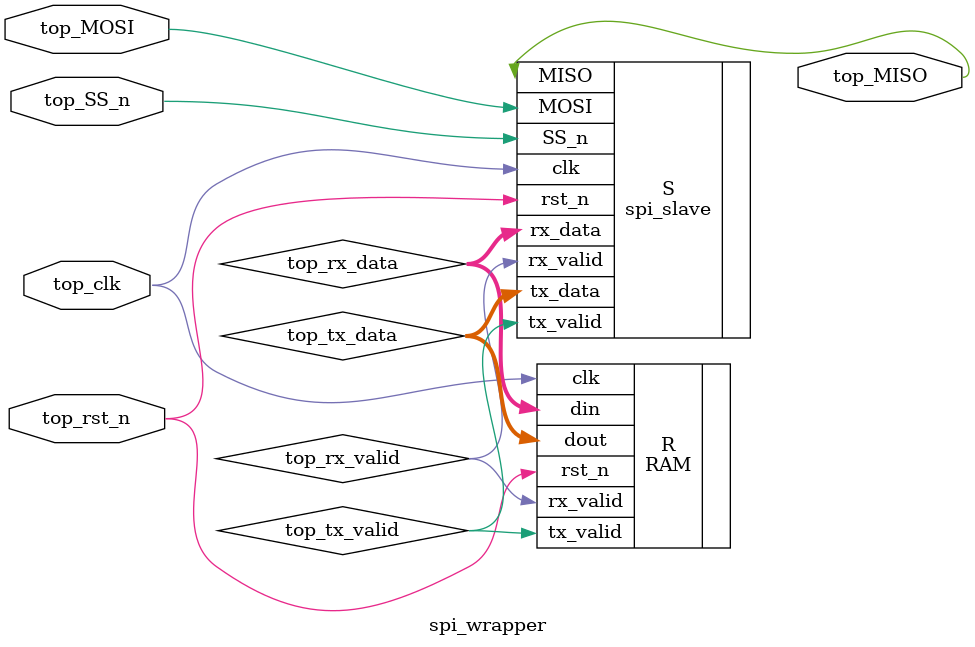
<source format=v>
module spi_wrapper #(parameter  MEM_DEPTH = 'd256 , parameter ADDR_SIZE = 'd8)(
input  top_clk,
input  top_rst_n,
input  top_MOSI,
input  top_SS_n,

output top_MISO 
);


wire       top_tx_valid, top_rx_valid ;   
wire [7:0] top_tx_data;
wire [9:0] top_rx_data;

spi_slave S(.clk(top_clk) ,.rst_n(top_rst_n) , .MOSI(top_MOSI) , .SS_n(top_SS_n) ,
            .tx_valid(top_tx_valid) , .tx_data(top_tx_data) , .rx_valid(top_rx_valid) , .rx_data(top_rx_data) , .MISO(top_MISO));




RAM #(.MEM_DEPTH(MEM_DEPTH),.ADDR_SIZE(ADDR_SIZE)) R(.clk(top_clk),.rst_n(top_rst_n),
	.rx_valid(top_rx_valid),.din(top_rx_data),.dout(top_tx_data),.tx_valid(top_tx_valid));




endmodule
</source>
